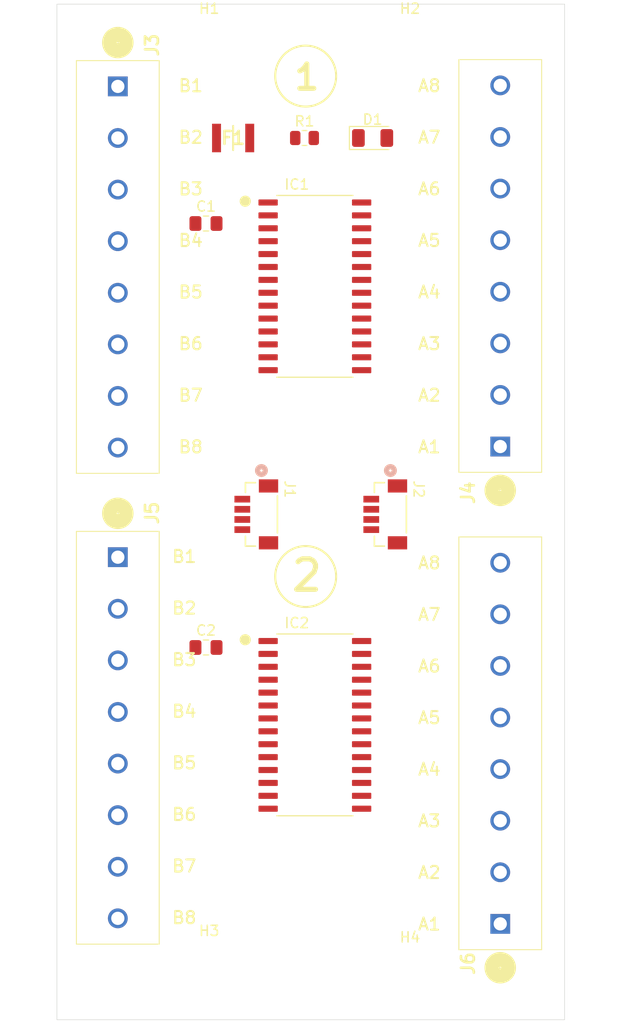
<source format=kicad_pcb>
(kicad_pcb (version 20240108) (generator "pcbnew") (generator_version "8.0")
  (layers (0 "F.Cu" signal) (31 "B.Cu" signal) (34 "B.Paste" user) (35 "F.Paste" user) (36 "B.SilkS" user "B.Silkscreen") (37 "F.SilkS" user "F.Silkscreen") (38 "B.Mask" user) (39 "F.Mask" user) (44 "Edge.Cuts" user))
  (net 0 "")
  (net 17 "Net-(D1-A)")
  (net 18 "GND")
  (net 19 "+3V3")
  (net 20 "Net-(IC1-GPB4)")
  (net 21 "Net-(IC1-GPB0)")
  (net 22 "/SCK")
  (net 23 "Net-(IC1-GPB2)")
  (net 24 "Net-(IC1-GPA2)")
  (net 25 "Net-(IC1-GPB6)")
  (net 26 "Net-(IC1-GPB3)")
  (net 27 "Net-(IC1-GPA0)")
  (net 28 "Net-(IC1-GPA4)")
  (net 29 "Net-(IC1-GPA5)")
  (net 30 "Net-(IC1-GPA3)")
  (net 31 "Net-(IC1-GPA7)")
  (net 32 "Net-(IC1-GPB1)")
  (net 33 "Net-(IC1-GPB7)")
  (net 34 "Net-(IC1-GPA1)")
  (net 35 "/SDA")
  (net 36 "Net-(IC1-GPA6)")
  (net 37 "Net-(IC1-GPB5)")
  (net 38 "Net-(IC2-GPA1)")
  (net 39 "Net-(IC2-GPB3)")
  (net 40 "Net-(IC2-GPB4)")
  (net 41 "Net-(IC2-GPB5)")
  (net 42 "Net-(IC2-GPA4)")
  (net 43 "Net-(IC2-GPB0)")
  (net 44 "Net-(IC2-GPB7)")
  (net 45 "Net-(IC2-GPA0)")
  (net 46 "Net-(IC2-GPA3)")
  (net 47 "Net-(IC2-GPB6)")
  (net 48 "Net-(IC2-GPB1)")
  (net 49 "Net-(IC2-GPA5)")
  (net 50 "Net-(IC2-GPA2)")
  (net 51 "Net-(IC2-GPB2)")
  (net 52 "Net-(IC2-GPA7)")
  (net 53 "Net-(IC2-GPA6)")
  (footprint "MountingHole:MountingHole_3.2mm_M3_ISO7380" (layer "F.Cu") (at 64.77 125.73)
    (property "Reference" "H4" (at 0 -3.85 0) (layer "F.SilkS"))
    (property "Value" "MountingHole")
    (pad "" np_thru_hole circle (at 0 0) (size 3.2 3.2) (drill 3.2) (layers "*.Cu" "*.Mask"))
  )
  (footprint "LED_SMD:LED_1206_3216Metric" (layer "F.Cu") (at 61.09 43.18)
    (property "Reference" "D1" (at 0 -1.82 0) (layer "F.SilkS"))
    (property "Value" "LED")
    (fp_line (start -2.285 -1.135) (end -2.285 1.135) (stroke (width 0.12)) (layer "F.SilkS"))
    (fp_line (start -2.285 1.135) (end 1.6 1.135) (stroke (width 0.12)) (layer "F.SilkS"))
    (fp_line (start 1.6 -1.135) (end -2.285 -1.135) (stroke (width 0.12)) (layer "F.SilkS"))
    (pad "1" smd roundrect (at -1.4 0) (size 1.25 1.75) (layers "F.Cu" "F.Paste" "F.Mask") (roundrect_rratio 0.2) (net 18 "GND"))
    (pad "2" smd roundrect (at 1.4 0) (size 1.25 1.75) (layers "F.Cu" "F.Paste" "F.Mask") (roundrect_rratio 0.2) (net 17 "Net-(D1-A)"))
  )
  (footprint "00_Connectors:Screw-8P-5.08-1729186" (layer "F.Cu") (at 73.66 120.56 90)
    (property "Reference" "J6" (at -3.9 -3.175 90) (layer "F.SilkS") (effects (font (size 1.27 1.27) (thickness 0.254))))
    (property "Value" "Screw-8P-5.08-1729186" (hide yes))
    (fp_line (start 38.1 -4.075) (end 38.1 4.075) (stroke (width 0.1)) (layer "F.SilkS"))
    (fp_line (start -2.54 -4.075) (end 38.1 -4.075) (stroke (width 0.1)) (layer "F.SilkS"))
    (fp_line (start 38.1 4.075) (end -2.54 4.075) (stroke (width 0.1)) (layer "F.SilkS"))
    (fp_line (start -2.54 4.075) (end -2.54 -4.075) (stroke (width 0.1)) (layer "F.SilkS"))
    (fp_circle (center -4.318 0) (end -4.268 0) (stroke (width 1.5)) (fill none) (layer "F.SilkS"))
    (pad "1" thru_hole rect (at 0 0 90) (size 1.95 1.95) (drill 1.3) (layers "*.Cu" "*.Mask") (net 45 "Net-(IC2-GPA0)"))
    (pad "2" thru_hole circle (at 5.08 0 90) (size 1.95 1.95) (drill 1.3) (layers "*.Cu" "*.Mask") (net 38 "Net-(IC2-GPA1)"))
    (pad "3" thru_hole circle (at 10.16 0 90) (size 1.95 1.95) (drill 1.3) (layers "*.Cu" "*.Mask") (net 50 "Net-(IC2-GPA2)"))
    (pad "4" thru_hole circle (at 15.24 0 90) (size 1.95 1.95) (drill 1.3) (layers "*.Cu" "*.Mask") (net 46 "Net-(IC2-GPA3)"))
    (pad "5" thru_hole circle (at 20.32 0 90) (size 1.95 1.95) (drill 1.3) (layers "*.Cu" "*.Mask") (net 42 "Net-(IC2-GPA4)"))
    (pad "6" thru_hole circle (at 25.4 0 90) (size 1.95 1.95) (drill 1.3) (layers "*.Cu" "*.Mask") (net 49 "Net-(IC2-GPA5)"))
    (pad "7" thru_hole circle (at 30.48 0 90) (size 1.95 1.95) (drill 1.3) (layers "*.Cu" "*.Mask") (net 53 "Net-(IC2-GPA6)"))
    (pad "8" thru_hole circle (at 35.56 0 90) (size 1.95 1.95) (drill 1.3) (layers "*.Cu" "*.Mask") (net 52 "Net-(IC2-GPA7)"))
  )
  (footprint "Resistor_SMD:R_0805_2012Metric" (layer "F.Cu") (at 54.3825 43.18)
    (property "Reference" "R1" (at 0 -1.65 0) (layer "F.SilkS"))
    (property "Value" "R")
    (fp_line (start -0.227064 -0.735) (end 0.227064 -0.735) (stroke (width 0.12)) (layer "F.SilkS"))
    (fp_line (start -0.227064 0.735) (end 0.227064 0.735) (stroke (width 0.12)) (layer "F.SilkS"))
    (pad "1" smd roundrect (at -0.9125 0) (size 1.025 1.4) (layers "F.Cu" "F.Paste" "F.Mask") (roundrect_rratio 0.243902) (net 17 "Net-(D1-A)"))
    (pad "2" smd roundrect (at 0.9125 0) (size 1.025 1.4) (layers "F.Cu" "F.Paste" "F.Mask") (roundrect_rratio 0.243902) (net 19 "+3V3"))
  )
  (footprint "Capacitor_SMD:C_0805_2012Metric_Pad1.18x1.45mm_HandSolder" (layer "F.Cu") (at 44.6825 93.345)
    (property "Reference" "C2" (at 0 -1.68 0) (layer "F.SilkS"))
    (property "Value" "C")
    (fp_line (start -0.261252 -0.735) (end 0.261252 -0.735) (stroke (width 0.12)) (layer "F.SilkS"))
    (fp_line (start -0.261252 0.735) (end 0.261252 0.735) (stroke (width 0.12)) (layer "F.SilkS"))
    (pad "1" smd roundrect (at -1.0375 0) (size 1.175 1.45) (layers "F.Cu" "F.Paste" "F.Mask") (roundrect_rratio 0.212766) (net 19 "+3V3"))
    (pad "2" smd roundrect (at 1.0375 0) (size 1.175 1.45) (layers "F.Cu" "F.Paste" "F.Mask") (roundrect_rratio 0.212766) (net 18 "GND"))
  )
  (footprint "00_General:FUSC3226X85N" (layer "F.Cu") (at 47.355 43.18)
    (property "Reference" "F1" (at 0 0 0) (layer "F.SilkS") (effects (font (size 1.27 1.27) (thickness 0.254))))
    (property "Value" "MF-USHT010KX-2" (hide yes))
    (fp_line (start 0 -1.188) (end 0 1.188) (stroke (width 0.2)) (layer "F.SilkS"))
    (pad "1" smd rect (at -1.635 0) (size 0.88 2.81) (layers "F.Cu" "F.Paste" "F.Mask") (net 19 "+3V3"))
    (pad "2" smd rect (at 1.635 0) (size 0.88 2.81) (layers "F.Cu" "F.Paste" "F.Mask") (net 19 "+3V3"))
  )
  (footprint "00_Connectors:Screw-8P-5.08-1729186" (layer "F.Cu") (at 36 84.455 -90)
    (property "Reference" "J5" (at -4.355 -3.37 -90) (layer "F.SilkS") (effects (font (size 1.27 1.27) (thickness 0.254))))
    (property "Value" "Screw-8P-5.08-1729186" (hide yes))
    (fp_line (start -2.54 4.075) (end -2.54 -4.075) (stroke (width 0.1)) (layer "F.SilkS"))
    (fp_line (start 38.1 4.075) (end -2.54 4.075) (stroke (width 0.1)) (layer "F.SilkS"))
    (fp_line (start -2.54 -4.075) (end 38.1 -4.075) (stroke (width 0.1)) (layer "F.SilkS"))
    (fp_line (start 38.1 -4.075) (end 38.1 4.075) (stroke (width 0.1)) (layer "F.SilkS"))
    (fp_circle (center -4.318 0) (end -4.268 0) (stroke (width 1.5)) (fill none) (layer "F.SilkS"))
    (pad "1" thru_hole rect (at 0 0 270) (size 1.95 1.95) (drill 1.3) (layers "*.Cu" "*.Mask") (net 43 "Net-(IC2-GPB0)"))
    (pad "2" thru_hole circle (at 5.08 0 270) (size 1.95 1.95) (drill 1.3) (layers "*.Cu" "*.Mask") (net 48 "Net-(IC2-GPB1)"))
    (pad "3" thru_hole circle (at 10.16 0 270) (size 1.95 1.95) (drill 1.3) (layers "*.Cu" "*.Mask") (net 51 "Net-(IC2-GPB2)"))
    (pad "4" thru_hole circle (at 15.24 0 270) (size 1.95 1.95) (drill 1.3) (layers "*.Cu" "*.Mask") (net 39 "Net-(IC2-GPB3)"))
    (pad "5" thru_hole circle (at 20.32 0 270) (size 1.95 1.95) (drill 1.3) (layers "*.Cu" "*.Mask") (net 40 "Net-(IC2-GPB4)"))
    (pad "6" thru_hole circle (at 25.4 0 270) (size 1.95 1.95) (drill 1.3) (layers "*.Cu" "*.Mask") (net 41 "Net-(IC2-GPB5)"))
    (pad "7" thru_hole circle (at 30.48 0 270) (size 1.95 1.95) (drill 1.3) (layers "*.Cu" "*.Mask") (net 47 "Net-(IC2-GPB6)"))
    (pad "8" thru_hole circle (at 35.56 0 270) (size 1.95 1.95) (drill 1.3) (layers "*.Cu" "*.Mask") (net 44 "Net-(IC2-GPB7)"))
  )
  (footprint "00_Connectors:Screw-8P-5.08-1729186" (layer "F.Cu") (at 36 38.1 -90)
    (property "Reference" "J3" (at -4.075 -3.37 -90) (layer "F.SilkS") (effects (font (size 1.27 1.27) (thickness 0.254))))
    (property "Value" "Screw-8P-5.08-1729186" (hide yes))
    (fp_line (start -2.54 4.075) (end -2.54 -4.075) (stroke (width 0.1)) (layer "F.SilkS"))
    (fp_line (start 38.1 4.075) (end -2.54 4.075) (stroke (width 0.1)) (layer "F.SilkS"))
    (fp_line (start -2.54 -4.075) (end 38.1 -4.075) (stroke (width 0.1)) (layer "F.SilkS"))
    (fp_line (start 38.1 -4.075) (end 38.1 4.075) (stroke (width 0.1)) (layer "F.SilkS"))
    (fp_circle (center -4.318 0) (end -4.268 0) (stroke (width 1.5)) (fill none) (layer "F.SilkS"))
    (pad "1" thru_hole rect (at 0 0 270) (size 1.95 1.95) (drill 1.3) (layers "*.Cu" "*.Mask") (net 21 "Net-(IC1-GPB0)"))
    (pad "2" thru_hole circle (at 5.08 0 270) (size 1.95 1.95) (drill 1.3) (layers "*.Cu" "*.Mask") (net 32 "Net-(IC1-GPB1)"))
    (pad "3" thru_hole circle (at 10.16 0 270) (size 1.95 1.95) (drill 1.3) (layers "*.Cu" "*.Mask") (net 23 "Net-(IC1-GPB2)"))
    (pad "4" thru_hole circle (at 15.24 0 270) (size 1.95 1.95) (drill 1.3) (layers "*.Cu" "*.Mask") (net 26 "Net-(IC1-GPB3)"))
    (pad "5" thru_hole circle (at 20.32 0 270) (size 1.95 1.95) (drill 1.3) (layers "*.Cu" "*.Mask") (net 20 "Net-(IC1-GPB4)"))
    (pad "6" thru_hole circle (at 25.4 0 270) (size 1.95 1.95) (drill 1.3) (layers "*.Cu" "*.Mask") (net 37 "Net-(IC1-GPB5)"))
    (pad "7" thru_hole circle (at 30.48 0 270) (size 1.95 1.95) (drill 1.3) (layers "*.Cu" "*.Mask") (net 25 "Net-(IC1-GPB6)"))
    (pad "8" thru_hole circle (at 35.56 0 270) (size 1.95 1.95) (drill 1.3) (layers "*.Cu" "*.Mask") (net 33 "Net-(IC1-GPB7)"))
  )
  (footprint "MountingHole:MountingHole_3.2mm_M3_ISO7380" (layer "F.Cu") (at 45 125.73)
    (property "Reference" "H3" (at 0 -4.485 0) (layer "F.SilkS"))
    (property "Value" "MountingHole")
    (pad "" np_thru_hole circle (at 0 0) (size 3.2 3.2) (drill 3.2) (layers "*.Cu" "*.Mask"))
  )
  (footprint "MountingHole:MountingHole_3.2mm_M3_ISO7380" (layer "F.Cu") (at 45 34.29)
    (property "Reference" "H1" (at 0 -3.85 0) (layer "F.SilkS"))
    (property "Value" "MountingHole")
    (pad "" np_thru_hole circle (at 0 0) (size 3.2 3.2) (drill 3.2) (layers "*.Cu" "*.Mask"))
  )
  (footprint "00_Connectors:QWIIC" (layer "F.Cu") (at 62.842201 80.24 -90)
    (property "Reference" "J2" (at -3.429 -2.794 -90) (layer "F.SilkS") (effects (justify left)))
    (property "Value" "QWIIC")
    (fp_circle (center -4.318 0) (end -3.937 0) (stroke (width 0.508)) (fill none) (layer "B.SilkS"))
    (fp_line (start -3.1242 1.5748) (end -2.16294 1.5748) (stroke (width 0.1524)) (layer "F.SilkS"))
    (fp_line (start 2.16294 1.5748) (end 3.1242 1.5748) (stroke (width 0.1524)) (layer "F.SilkS"))
    (fp_line (start 3.1242 1.5748) (end 3.1242 0.587441) (stroke (width 0.1524)) (layer "F.SilkS"))
    (fp_line (start -3.1242 0.587441) (end -3.1242 1.5748) (stroke (width 0.1524)) (layer "F.SilkS"))
    (fp_line (start 1.819559 -1.5748) (end -1.819559 -1.5748) (stroke (width 0.1524)) (layer "F.SilkS"))
    (fp_circle (center -4.318 0) (end -3.937 0) (stroke (width 0.508)) (fill none) (layer "F.SilkS"))
    (pad "1" smd rect (at -1.5 1.882201 270) (size 0.6604 1.5494) (layers "F.Cu" "F.Paste" "F.Mask") (net 18 "GND"))
    (pad "2" smd rect (at -0.499999 1.882201 270) (size 0.6604 1.5494) (layers "F.Cu" "F.Paste" "F.Mask") (net 19 "+3V3"))
    (pad "3" smd rect (at 0.499999 1.882201 270) (size 0.6604 1.5494) (layers "F.Cu" "F.Paste" "F.Mask") (net 35 "/SDA"))
    (pad "4" smd rect (at 1.5 1.882201 270) (size 0.6604 1.5494) (layers "F.Cu" "F.Paste" "F.Mask") (net 22 "/SCK"))
    (pad "5" smd rect (at -2.799999 -0.697799 270) (size 1.2954 1.905) (layers "F.Cu" "F.Paste" "F.Mask"))
    (pad "6" smd rect (at 2.799999 -0.697799 270) (size 1.2954 1.905) (layers "F.Cu" "F.Paste" "F.Mask"))
  )
  (footprint "Capacitor_SMD:C_0805_2012Metric_Pad1.18x1.45mm_HandSolder" (layer "F.Cu") (at 44.6825 51.6)
    (property "Reference" "C1" (at 0 -1.68 0) (layer "F.SilkS"))
    (property "Value" "C")
    (fp_line (start -0.261252 -0.735) (end 0.261252 -0.735) (stroke (width 0.12)) (layer "F.SilkS"))
    (fp_line (start -0.261252 0.735) (end 0.261252 0.735) (stroke (width 0.12)) (layer "F.SilkS"))
    (pad "1" smd roundrect (at -1.0375 0) (size 1.175 1.45) (layers "F.Cu" "F.Paste" "F.Mask") (roundrect_rratio 0.212766) (net 19 "+3V3"))
    (pad "2" smd roundrect (at 1.0375 0) (size 1.175 1.45) (layers "F.Cu" "F.Paste" "F.Mask") (roundrect_rratio 0.212766) (net 18 "GND"))
  )
  (footprint "MountingHole:MountingHole_3.2mm_M3_ISO7380" (layer "F.Cu") (at 64.77 34.29)
    (property "Reference" "H2" (at 0 -3.85 0) (layer "F.SilkS"))
    (property "Value" "MountingHole")
    (pad "" np_thru_hole circle (at 0 0) (size 3.2 3.2) (drill 3.2) (layers "*.Cu" "*.Mask"))
  )
  (footprint "00_General:MCP23017-E-SO" (layer "F.Cu") (at 55.405 100.965)
    (property "Reference" "IC2" (at -1.778 -10.033 0) (layer "F.SilkS"))
    (property "Value" "MCP23017-E_SO")
    (fp_line (start -3.75 -8.95) (end 3.75 -8.95) (stroke (width 0.127)) (layer "F.SilkS"))
    (fp_line (start -3.75 8.95) (end 3.75 8.95) (stroke (width 0.127)) (layer "F.SilkS"))
    (fp_circle (center -6.858 -8.382) (end -6.358 -8.382) (stroke (width 0.1)) (fill solid) (layer "F.SilkS"))
    (pad "1" smd roundrect (at -4.605 -8.255) (size 1.9 0.6) (layers "F.Cu" "F.Paste" "F.Mask") (roundrect_rratio 0.125) (net 43 "Net-(IC2-GPB0)"))
    (pad "2" smd roundrect (at -4.605 -6.985) (size 1.9 0.6) (layers "F.Cu" "F.Paste" "F.Mask") (roundrect_rratio 0.125) (net 48 "Net-(IC2-GPB1)"))
    (pad "3" smd roundrect (at -4.605 -5.715) (size 1.9 0.6) (layers "F.Cu" "F.Paste" "F.Mask") (roundrect_rratio 0.125) (net 51 "Net-(IC2-GPB2)"))
    (pad "4" smd roundrect (at -4.605 -4.445) (size 1.9 0.6) (layers "F.Cu" "F.Paste" "F.Mask") (roundrect_rratio 0.125) (net 39 "Net-(IC2-GPB3)"))
    (pad "5" smd roundrect (at -4.605 -3.175) (size 1.9 0.6) (layers "F.Cu" "F.Paste" "F.Mask") (roundrect_rratio 0.125) (net 40 "Net-(IC2-GPB4)"))
    (pad "6" smd roundrect (at -4.605 -1.905) (size 1.9 0.6) (layers "F.Cu" "F.Paste" "F.Mask") (roundrect_rratio 0.125) (net 41 "Net-(IC2-GPB5)"))
    (pad "7" smd roundrect (at -4.605 -0.635) (size 1.9 0.6) (layers "F.Cu" "F.Paste" "F.Mask") (roundrect_rratio 0.125) (net 47 "Net-(IC2-GPB6)"))
    (pad "8" smd roundrect (at -4.605 0.635) (size 1.9 0.6) (layers "F.Cu" "F.Paste" "F.Mask") (roundrect_rratio 0.125) (net 44 "Net-(IC2-GPB7)"))
    (pad "9" smd roundrect (at -4.605 1.905) (size 1.9 0.6) (layers "F.Cu" "F.Paste" "F.Mask") (roundrect_rratio 0.125) (net 19 "+3V3"))
    (pad "10" smd roundrect (at -4.605 3.175) (size 1.9 0.6) (layers "F.Cu" "F.Paste" "F.Mask") (roundrect_rratio 0.125) (net 18 "GND"))
    (pad "11" smd roundrect (at -4.605 4.445) (size 1.9 0.6) (layers "F.Cu" "F.Paste" "F.Mask") (roundrect_rratio 0.125))
    (pad "12" smd roundrect (at -4.605 5.715) (size 1.9 0.6) (layers "F.Cu" "F.Paste" "F.Mask") (roundrect_rratio 0.125) (net 22 "/SCK"))
    (pad "13" smd roundrect (at -4.605 6.985) (size 1.9 0.6) (layers "F.Cu" "F.Paste" "F.Mask") (roundrect_rratio 0.125) (net 35 "/SDA"))
    (pad "14" smd roundrect (at -4.605 8.255) (size 1.9 0.6) (layers "F.Cu" "F.Paste" "F.Mask") (roundrect_rratio 0.125))
    (pad "15" smd roundrect (at 4.605 8.255) (size 1.9 0.6) (layers "F.Cu" "F.Paste" "F.Mask") (roundrect_rratio 0.125))
    (pad "16" smd roundrect (at 4.605 6.985) (size 1.9 0.6) (layers "F.Cu" "F.Paste" "F.Mask") (roundrect_rratio 0.125))
    (pad "17" smd roundrect (at 4.605 5.715) (size 1.9 0.6) (layers "F.Cu" "F.Paste" "F.Mask") (roundrect_rratio 0.125))
    (pad "18" smd roundrect (at 4.605 4.445) (size 1.9 0.6) (layers "F.Cu" "F.Paste" "F.Mask") (roundrect_rratio 0.125))
    (pad "19" smd roundrect (at 4.605 3.175) (size 1.9 0.6) (layers "F.Cu" "F.Paste" "F.Mask") (roundrect_rratio 0.125))
    (pad "20" smd roundrect (at 4.605 1.905) (size 1.9 0.6) (layers "F.Cu" "F.Paste" "F.Mask") (roundrect_rratio 0.125))
    (pad "21" smd roundrect (at 4.605 0.635) (size 1.9 0.6) (layers "F.Cu" "F.Paste" "F.Mask") (roundrect_rratio 0.125) (net 45 "Net-(IC2-GPA0)"))
    (pad "22" smd roundrect (at 4.605 -0.635) (size 1.9 0.6) (layers "F.Cu" "F.Paste" "F.Mask") (roundrect_rratio 0.125) (net 38 "Net-(IC2-GPA1)"))
    (pad "23" smd roundrect (at 4.605 -1.905) (size 1.9 0.6) (layers "F.Cu" "F.Paste" "F.Mask") (roundrect_rratio 0.125) (net 50 "Net-(IC2-GPA2)"))
    (pad "24" smd roundrect (at 4.605 -3.175) (size 1.9 0.6) (layers "F.Cu" "F.Paste" "F.Mask") (roundrect_rratio 0.125) (net 46 "Net-(IC2-GPA3)"))
    (pad "25" smd roundrect (at 4.605 -4.445) (size 1.9 0.6) (layers "F.Cu" "F.Paste" "F.Mask") (roundrect_rratio 0.125) (net 42 "Net-(IC2-GPA4)"))
    (pad "26" smd roundrect (at 4.605 -5.715) (size 1.9 0.6) (layers "F.Cu" "F.Paste" "F.Mask") (roundrect_rratio 0.125) (net 49 "Net-(IC2-GPA5)"))
    (pad "27" smd roundrect (at 4.605 -6.985) (size 1.9 0.6) (layers "F.Cu" "F.Paste" "F.Mask") (roundrect_rratio 0.125) (net 53 "Net-(IC2-GPA6)"))
    (pad "28" smd roundrect (at 4.605 -8.255) (size 1.9 0.6) (layers "F.Cu" "F.Paste" "F.Mask") (roundrect_rratio 0.125) (net 52 "Net-(IC2-GPA7)"))
  )
  (footprint "00_Connectors:QWIIC" (layer "F.Cu") (at 50.142201 80.24 -90)
    (property "Reference" "J1" (at -3.429 -2.794 -90) (layer "F.SilkS") (effects (justify left)))
    (property "Value" "QWIIC")
    (fp_circle (center -4.318 0) (end -3.937 0) (stroke (width 0.508)) (fill none) (layer "B.SilkS"))
    (fp_line (start -3.1242 1.5748) (end -2.16294 1.5748) (stroke (width 0.1524)) (layer "F.SilkS"))
    (fp_line (start 2.16294 1.5748) (end 3.1242 1.5748) (stroke (width 0.1524)) (layer "F.SilkS"))
    (fp_line (start 3.1242 1.5748) (end 3.1242 0.587441) (stroke (width 0.1524)) (layer "F.SilkS"))
    (fp_line (start -3.1242 0.587441) (end -3.1242 1.5748) (stroke (width 0.1524)) (layer "F.SilkS"))
    (fp_line (start 1.819559 -1.5748) (end -1.819559 -1.5748) (stroke (width 0.1524)) (layer "F.SilkS"))
    (fp_circle (center -4.318 0) (end -3.937 0) (stroke (width 0.508)) (fill none) (layer "F.SilkS"))
    (pad "1" smd rect (at -1.5 1.882201 270) (size 0.6604 1.5494) (layers "F.Cu" "F.Paste" "F.Mask") (net 18 "GND"))
    (pad "2" smd rect (at -0.499999 1.882201 270) (size 0.6604 1.5494) (layers "F.Cu" "F.Paste" "F.Mask") (net 19 "+3V3"))
    (pad "3" smd rect (at 0.499999 1.882201 270) (size 0.6604 1.5494) (layers "F.Cu" "F.Paste" "F.Mask") (net 35 "/SDA"))
    (pad "4" smd rect (at 1.5 1.882201 270) (size 0.6604 1.5494) (layers "F.Cu" "F.Paste" "F.Mask") (net 22 "/SCK"))
    (pad "5" smd rect (at -2.799999 -0.697799 270) (size 1.2954 1.905) (layers "F.Cu" "F.Paste" "F.Mask"))
    (pad "6" smd rect (at 2.799999 -0.697799 270) (size 1.2954 1.905) (layers "F.Cu" "F.Paste" "F.Mask"))
  )
  (footprint "00_General:MCP23017-E-SO" (layer "F.Cu") (at 55.405 57.785)
    (property "Reference" "IC1" (at -1.778 -10.033 0) (layer "F.SilkS"))
    (property "Value" "MCP23017-E_SO")
    (fp_line (start -3.75 -8.95) (end 3.75 -8.95) (stroke (width 0.127)) (layer "F.SilkS"))
    (fp_line (start -3.75 8.95) (end 3.75 8.95) (stroke (width 0.127)) (layer "F.SilkS"))
    (fp_circle (center -6.858 -8.382) (end -6.358 -8.382) (stroke (width 0.1)) (fill solid) (layer "F.SilkS"))
    (pad "1" smd roundrect (at -4.605 -8.255) (size 1.9 0.6) (layers "F.Cu" "F.Paste" "F.Mask") (roundrect_rratio 0.125) (net 21 "Net-(IC1-GPB0)"))
    (pad "2" smd roundrect (at -4.605 -6.985) (size 1.9 0.6) (layers "F.Cu" "F.Paste" "F.Mask") (roundrect_rratio 0.125) (net 32 "Net-(IC1-GPB1)"))
    (pad "3" smd roundrect (at -4.605 -5.715) (size 1.9 0.6) (layers "F.Cu" "F.Paste" "F.Mask") (roundrect_rratio 0.125) (net 23 "Net-(IC1-GPB2)"))
    (pad "4" smd roundrect (at -4.605 -4.445) (size 1.9 0.6) (layers "F.Cu" "F.Paste" "F.Mask") (roundrect_rratio 0.125) (net 26 "Net-(IC1-GPB3)"))
    (pad "5" smd roundrect (at -4.605 -3.175) (size 1.9 0.6) (layers "F.Cu" "F.Paste" "F.Mask") (roundrect_rratio 0.125) (net 20 "Net-(IC1-GPB4)"))
    (pad "6" smd roundrect (at -4.605 -1.905) (size 1.9 0.6) (layers "F.Cu" "F.Paste" "F.Mask") (roundrect_rratio 0.125) (net 37 "Net-(IC1-GPB5)"))
    (pad "7" smd roundrect (at -4.605 -0.635) (size 1.9 0.6) (layers "F.Cu" "F.Paste" "F.Mask") (roundrect_rratio 0.125) (net 25 "Net-(IC1-GPB6)"))
    (pad "8" smd roundrect (at -4.605 0.635) (size 1.9 0.6) (layers "F.Cu" "F.Paste" "F.Mask") (roundrect_rratio 0.125) (net 33 "Net-(IC1-GPB7)"))
    (pad "9" smd roundrect (at -4.605 1.905) (size 1.9 0.6) (layers "F.Cu" "F.Paste" "F.Mask") (roundrect_rratio 0.125) (net 19 "+3V3"))
    (pad "10" smd roundrect (at -4.605 3.175) (size 1.9 0.6) (layers "F.Cu" "F.Paste" "F.Mask") (roundrect_rratio 0.125) (net 18 "GND"))
    (pad "11" smd roundrect (at -4.605 4.445) (size 1.9 0.6) (layers "F.Cu" "F.Paste" "F.Mask") (roundrect_rratio 0.125))
    (pad "12" smd roundrect (at -4.605 5.715) (size 1.9 0.6) (layers "F.Cu" "F.Paste" "F.Mask") (roundrect_rratio 0.125) (net 22 "/SCK"))
    (pad "13" smd roundrect (at -4.605 6.985) (size 1.9 0.6) (layers "F.Cu" "F.Paste" "F.Mask") (roundrect_rratio 0.125) (net 35 "/SDA"))
    (pad "14" smd roundrect (at -4.605 8.255) (size 1.9 0.6) (layers "F.Cu" "F.Paste" "F.Mask") (roundrect_rratio 0.125))
    (pad "15" smd roundrect (at 4.605 8.255) (size 1.9 0.6) (layers "F.Cu" "F.Paste" "F.Mask") (roundrect_rratio 0.125))
    (pad "16" smd roundrect (at 4.605 6.985) (size 1.9 0.6) (layers "F.Cu" "F.Paste" "F.Mask") (roundrect_rratio 0.125))
    (pad "17" smd roundrect (at 4.605 5.715) (size 1.9 0.6) (layers "F.Cu" "F.Paste" "F.Mask") (roundrect_rratio 0.125))
    (pad "18" smd roundrect (at 4.605 4.445) (size 1.9 0.6) (layers "F.Cu" "F.Paste" "F.Mask") (roundrect_rratio 0.125))
    (pad "19" smd roundrect (at 4.605 3.175) (size 1.9 0.6) (layers "F.Cu" "F.Paste" "F.Mask") (roundrect_rratio 0.125))
    (pad "20" smd roundrect (at 4.605 1.905) (size 1.9 0.6) (layers "F.Cu" "F.Paste" "F.Mask") (roundrect_rratio 0.125))
    (pad "21" smd roundrect (at 4.605 0.635) (size 1.9 0.6) (layers "F.Cu" "F.Paste" "F.Mask") (roundrect_rratio 0.125) (net 27 "Net-(IC1-GPA0)"))
    (pad "22" smd roundrect (at 4.605 -0.635) (size 1.9 0.6) (layers "F.Cu" "F.Paste" "F.Mask") (roundrect_rratio 0.125) (net 34 "Net-(IC1-GPA1)"))
    (pad "23" smd roundrect (at 4.605 -1.905) (size 1.9 0.6) (layers "F.Cu" "F.Paste" "F.Mask") (roundrect_rratio 0.125) (net 24 "Net-(IC1-GPA2)"))
    (pad "24" smd roundrect (at 4.605 -3.175) (size 1.9 0.6) (layers "F.Cu" "F.Paste" "F.Mask") (roundrect_rratio 0.125) (net 30 "Net-(IC1-GPA3)"))
    (pad "25" smd roundrect (at 4.605 -4.445) (size 1.9 0.6) (layers "F.Cu" "F.Paste" "F.Mask") (roundrect_rratio 0.125) (net 28 "Net-(IC1-GPA4)"))
    (pad "26" smd roundrect (at 4.605 -5.715) (size 1.9 0.6) (layers "F.Cu" "F.Paste" "F.Mask") (roundrect_rratio 0.125) (net 29 "Net-(IC1-GPA5)"))
    (pad "27" smd roundrect (at 4.605 -6.985) (size 1.9 0.6) (layers "F.Cu" "F.Paste" "F.Mask") (roundrect_rratio 0.125) (net 36 "Net-(IC1-GPA6)"))
    (pad "28" smd roundrect (at 4.605 -8.255) (size 1.9 0.6) (layers "F.Cu" "F.Paste" "F.Mask") (roundrect_rratio 0.125) (net 31 "Net-(IC1-GPA7)"))
  )
  (footprint "00_Connectors:Screw-8P-5.08-1729186" (layer "F.Cu") (at 73.66 73.56 90)
    (property "Reference" "J4" (at -4.545 -3.175 90) (layer "F.SilkS") (effects (font (size 1.27 1.27) (thickness 0.254))))
    (property "Value" "Screw-8P-5.08-1729186" (hide yes))
    (fp_line (start 38.1 -4.075) (end 38.1 4.075) (stroke (width 0.1)) (layer "F.SilkS"))
    (fp_line (start -2.54 -4.075) (end 38.1 -4.075) (stroke (width 0.1)) (layer "F.SilkS"))
    (fp_line (start 38.1 4.075) (end -2.54 4.075) (stroke (width 0.1)) (layer "F.SilkS"))
    (fp_line (start -2.54 4.075) (end -2.54 -4.075) (stroke (width 0.1)) (layer "F.SilkS"))
    (fp_circle (center -4.318 0) (end -4.268 0) (stroke (width 1.5)) (fill none) (layer "F.SilkS"))
    (pad "1" thru_hole rect (at 0 0 90) (size 1.95 1.95) (drill 1.3) (layers "*.Cu" "*.Mask") (net 27 "Net-(IC1-GPA0)"))
    (pad "2" thru_hole circle (at 5.08 0 90) (size 1.95 1.95) (drill 1.3) (layers "*.Cu" "*.Mask") (net 34 "Net-(IC1-GPA1)"))
    (pad "3" thru_hole circle (at 10.16 0 90) (size 1.95 1.95) (drill 1.3) (layers "*.Cu" "*.Mask") (net 24 "Net-(IC1-GPA2)"))
    (pad "4" thru_hole circle (at 15.24 0 90) (size 1.95 1.95) (drill 1.3) (layers "*.Cu" "*.Mask") (net 30 "Net-(IC1-GPA3)"))
    (pad "5" thru_hole circle (at 20.32 0 90) (size 1.95 1.95) (drill 1.3) (layers "*.Cu" "*.Mask") (net 28 "Net-(IC1-GPA4)"))
    (pad "6" thru_hole circle (at 25.4 0 90) (size 1.95 1.95) (drill 1.3) (layers "*.Cu" "*.Mask") (net 29 "Net-(IC1-GPA5)"))
    (pad "7" thru_hole circle (at 30.48 0 90) (size 1.95 1.95) (drill 1.3) (layers "*.Cu" "*.Mask") (net 36 "Net-(IC1-GPA6)"))
    (pad "8" thru_hole circle (at 35.56 0 90) (size 1.95 1.95) (drill 1.3) (layers "*.Cu" "*.Mask") (net 31 "Net-(IC1-GPA7)"))
  )
  (gr_circle (center 54.5 86.36) (end 57.5 86.36) (stroke (width 0.2)) (fill none) (layer "F.SilkS"))
  (gr_circle (center 54.5 37.084) (end 57.5 37.084) (stroke (width 0.2)) (fill none) (layer "F.SilkS"))
  (gr_rect (start 30 30) (end 80 130) (stroke (width 0.05)) (fill none) (layer "Edge.Cuts"))
  (gr_text "A1" (at 66.675 121.285 0) (layer "F.SilkS") (effects (font (size 1.2 1.2) (thickness 0.2) (bold yes)) (justify bottom)))
  (gr_text "B4" (at 42.545 100.33 0) (layer "F.SilkS") (effects (font (size 1.2 1.2) (thickness 0.2) (bold yes)) (justify bottom)))
  (gr_text "A8" (at 66.675 85.725 0) (layer "F.SilkS") (effects (font (size 1.2 1.2) (thickness 0.2) (bold yes)) (justify bottom)))
  (gr_text "B4" (at 43.18 53.975 0) (layer "F.SilkS") (effects (font (size 1.2 1.2) (thickness 0.2) (bold yes)) (justify bottom)))
  (gr_text "B1" (at 43.18 38.735 0) (layer "F.SilkS") (effects (font (size 1.2 1.2) (thickness 0.2) (bold yes)) (justify bottom)))
  (gr_text "B5" (at 43.18 59.055 0) (layer "F.SilkS") (effects (font (size 1.2 1.2) (thickness 0.2) (bold yes)) (justify bottom)))
  (gr_text "B3" (at 43.18 48.895 0) (layer "F.SilkS") (effects (font (size 1.2 1.2) (thickness 0.2) (bold yes)) (justify bottom)))
  (gr_text "B8" (at 43.18 74.295 0) (layer "F.SilkS") (effects (font (size 1.2 1.2) (thickness 0.2) (bold yes)) (justify bottom)))
  (gr_text "A3" (at 66.675 111.125 0) (layer "F.SilkS") (effects (font (size 1.2 1.2) (thickness 0.2) (bold yes)) (justify bottom)))
  (gr_text "B6" (at 43.18 64.135 0) (layer "F.SilkS") (effects (font (size 1.2 1.2) (thickness 0.2) (bold yes)) (justify bottom)))
  (gr_text "2" (at 54.61 88.011 0) (layer "F.SilkS") (effects (font (size 3 3) (thickness 0.5) (bold yes)) (justify bottom)))
  (gr_text "A6" (at 66.675 48.895 0) (layer "F.SilkS") (effects (font (size 1.2 1.2) (thickness 0.2) (bold yes)) (justify bottom)))
  (gr_text "B6" (at 42.545 110.49 0) (layer "F.SilkS") (effects (font (size 1.2 1.2) (thickness 0.2) (bold yes)) (justify bottom)))
  (gr_text "A7" (at 66.675 43.815 0) (layer "F.SilkS") (effects (font (size 1.2 1.2) (thickness 0.2) (bold yes)) (justify bottom)))
  (gr_text "A4" (at 66.675 59.055 0) (layer "F.SilkS") (effects (font (size 1.2 1.2) (thickness 0.2) (bold yes)) (justify bottom)))
  (gr_text "B7" (at 42.545 115.57 0) (layer "F.SilkS") (effects (font (size 1.2 1.2) (thickness 0.2) (bold yes)) (justify bottom)))
  (gr_text "B7" (at 43.18 69.215 0) (layer "F.SilkS") (effects (font (size 1.2 1.2) (thickness 0.2) (bold yes)) (justify bottom)))
  (gr_text "B2" (at 42.545 90.17 0) (layer "F.SilkS") (effects (font (size 1.2 1.2) (thickness 0.2) (bold yes)) (justify bottom)))
  (gr_text "A6" (at 66.675 95.885 0) (layer "F.SilkS") (effects (font (size 1.2 1.2) (thickness 0.2) (bold yes)) (justify bottom)))
  (gr_text "A2" (at 66.675 116.205 0) (layer "F.SilkS") (effects (font (size 1.2 1.2) (thickness 0.2) (bold yes)) (justify bottom)))
  (gr_text "A2" (at 66.675 69.215 0) (layer "F.SilkS") (effects (font (size 1.2 1.2) (thickness 0.2) (bold yes)) (justify bottom)))
  (gr_text "A4" (at 66.675 106.045 0) (layer "F.SilkS") (effects (font (size 1.2 1.2) (thickness 0.2) (bold yes)) (justify bottom)))
  (gr_text "1" (at 54.61 38.608 0) (layer "F.SilkS") (effects (font (size 2.4 2.4) (thickness 0.5) (bold yes)) (justify bottom)))
  (gr_text "A7" (at 66.675 90.805 0) (layer "F.SilkS") (effects (font (size 1.2 1.2) (thickness 0.2) (bold yes)) (justify bottom)))
  (gr_text "A5" (at 66.675 100.965 0) (layer "F.SilkS") (effects (font (size 1.2 1.2) (thickness 0.2) (bold yes)) (justify bottom)))
  (gr_text "A8" (at 66.675 38.735 0) (layer "F.SilkS") (effects (font (size 1.2 1.2) (thickness 0.2) (bold yes)) (justify bottom)))
  (gr_text "B3" (at 42.545 95.25 0) (layer "F.SilkS") (effects (font (size 1.2 1.2) (thickness 0.2) (bold yes)) (justify bottom)))
  (gr_text "A1" (at 66.675 74.295 0) (layer "F.SilkS") (effects (font (size 1.2 1.2) (thickness 0.2) (bold yes)) (justify bottom)))
  (gr_text "B8" (at 42.545 120.65 0) (layer "F.SilkS") (effects (font (size 1.2 1.2) (thickness 0.2) (bold yes)) (justify bottom)))
  (gr_text "B5" (at 42.545 105.41 0) (layer "F.SilkS") (effects (font (size 1.2 1.2) (thickness 0.2) (bold yes)) (justify bottom)))
  (gr_text "B1" (at 42.545 85.09 0) (layer "F.SilkS") (effects (font (size 1.2 1.2) (thickness 0.2) (bold yes)) (justify bottom)))
  (gr_text "A3" (at 66.675 64.135 0) (layer "F.SilkS") (effects (font (size 1.2 1.2) (thickness 0.2) (bold yes)) (justify bottom)))
  (gr_text "A5" (at 66.675 53.975 0) (layer "F.SilkS") (effects (font (size 1.2 1.2) (thickness 0.2) (bold yes)) (justify bottom)))
  (gr_text "B2" (at 43.18 43.815 0) (layer "F.SilkS") (effects (font (size 1.2 1.2) (thickness 0.2) (bold yes)) (justify bottom)))
)
</source>
